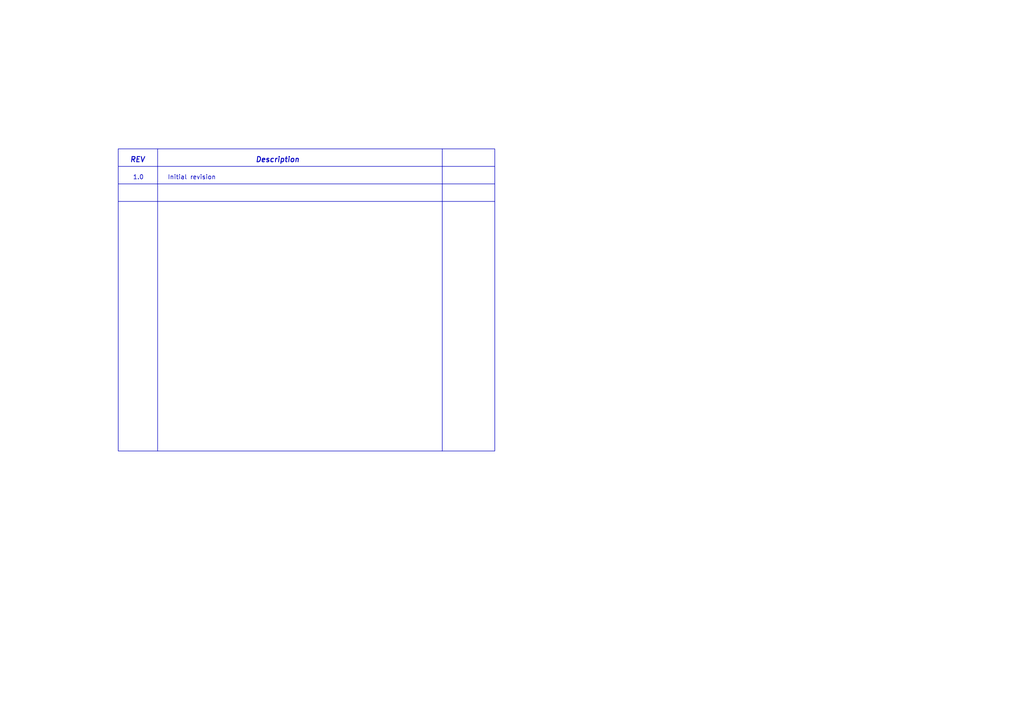
<source format=kicad_sch>
(kicad_sch
	(version 20231120)
	(generator "eeschema")
	(generator_version "8.0")
	(uuid "a237cd56-d154-45fd-b8e6-9d912029035f")
	(paper "A4")
	(title_block
		(title "Revision History")
		(date "2024-09-22")
		(rev "1.0")
	)
	(lib_symbols)
	(polyline
		(pts
			(xy 45.72 43.18) (xy 45.72 130.81)
		)
		(stroke
			(width 0)
			(type default)
		)
		(uuid "1baf8aa9-19cc-417c-9803-d0ed8ee19b9c")
	)
	(polyline
		(pts
			(xy 34.29 58.42) (xy 143.51 58.42)
		)
		(stroke
			(width 0)
			(type default)
		)
		(uuid "88e5f67e-ebb1-4c11-8930-5fa452022a05")
	)
	(polyline
		(pts
			(xy 128.27 43.18) (xy 128.27 130.81)
		)
		(stroke
			(width 0)
			(type default)
		)
		(uuid "ba2683bb-e21b-4944-917b-f8e0700ad3b4")
	)
	(polyline
		(pts
			(xy 34.29 53.34) (xy 143.51 53.34)
		)
		(stroke
			(width 0)
			(type default)
		)
		(uuid "ca1fdfcf-d39e-4ea2-97da-daeaf1639b4c")
	)
	(polyline
		(pts
			(xy 34.29 48.26) (xy 143.51 48.26)
		)
		(stroke
			(width 0)
			(type default)
		)
		(uuid "d4fda2f3-bd1a-4738-a813-5dc40e778446")
	)
	(rectangle
		(start 34.29 43.18)
		(end 143.51 130.81)
		(stroke
			(width 0)
			(type default)
		)
		(fill
			(type none)
		)
		(uuid eb9943af-15c7-4812-b891-edbe3bd668b6)
	)
	(text "Initial revision"
		(exclude_from_sim no)
		(at 55.626 51.562 0)
		(effects
			(font
				(size 1.27 1.27)
			)
		)
		(uuid "4020eb80-dc0c-4114-a08d-c6970edfc2af")
	)
	(text "1.0"
		(exclude_from_sim no)
		(at 40.132 51.562 0)
		(effects
			(font
				(size 1.27 1.27)
			)
		)
		(uuid "714d3d52-33cf-4a2f-958f-bf1a1c8a9040")
	)
	(text "REV"
		(exclude_from_sim no)
		(at 39.878 46.482 0)
		(effects
			(font
				(size 1.5 1.5)
				(thickness 0.254)
				(bold yes)
				(italic yes)
			)
		)
		(uuid "c56ffd55-1502-4c52-b62f-2b5069571066")
	)
	(text "Description"
		(exclude_from_sim no)
		(at 80.518 46.482 0)
		(effects
			(font
				(size 1.5 1.5)
				(thickness 0.254)
				(bold yes)
				(italic yes)
			)
		)
		(uuid "d03b3a89-8af7-4c72-ae3f-9a7f34d0204b")
	)
)

</source>
